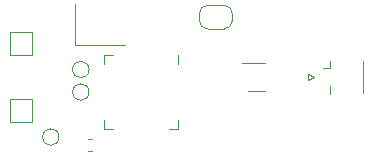
<source format=gbr>
%TF.GenerationSoftware,KiCad,Pcbnew,5.1.9+dfsg1-1~bpo10+1*%
%TF.CreationDate,Date%
%TF.ProjectId,LORA,4c4f5241-2e6b-4696-9361-645f70636258,v1.3*%
%TF.SameCoordinates,Original*%
%TF.FileFunction,Legend,Top*%
%TF.FilePolarity,Positive*%
%FSLAX46Y46*%
G04 Gerber Fmt 4.6, Leading zero omitted, Abs format (unit mm)*
G04 Created by KiCad*
%MOMM*%
%LPD*%
G01*
G04 APERTURE LIST*
%ADD10C,0.120000*%
G04 APERTURE END LIST*
D10*
%TO.C,U1*%
X13270000Y-11250000D02*
X13270000Y-12000000D01*
X13270000Y-12000000D02*
X12520000Y-12000000D01*
X7050000Y-6530000D02*
X7050000Y-5780000D01*
X7050000Y-5780000D02*
X7800000Y-5780000D01*
X7050000Y-11250000D02*
X7050000Y-12000000D01*
X7050000Y-12000000D02*
X7800000Y-12000000D01*
X13270000Y-6530000D02*
X13270000Y-5780000D01*
%TO.C,J1*%
X26220000Y-6220000D02*
X26220000Y-6860000D01*
X26220000Y-9020000D02*
X26220000Y-8380000D01*
X26220000Y-6860000D02*
X25590000Y-6860000D01*
X28940000Y-6270000D02*
X28940000Y-8970000D01*
%TO.C,JP1*%
X15110000Y-2840000D02*
X15110000Y-2240000D01*
X17210000Y-3540000D02*
X15810000Y-3540000D01*
X17910000Y-2240000D02*
X17910000Y-2840000D01*
X15810000Y-1540000D02*
X17210000Y-1540000D01*
X15110000Y-2240000D02*
G75*
G02*
X15810000Y-1540000I700000J0D01*
G01*
X15810000Y-3540000D02*
G75*
G02*
X15110000Y-2840000I0J700000D01*
G01*
X17910000Y-2840000D02*
G75*
G02*
X17210000Y-3540000I-700000J0D01*
G01*
X17210000Y-1540000D02*
G75*
G02*
X17910000Y-2240000I0J-700000D01*
G01*
%TO.C,TP6*%
X-950000Y-9489400D02*
X950000Y-9489400D01*
X-950000Y-11389400D02*
X-950000Y-9489400D01*
X950000Y-11389400D02*
X-950000Y-11389400D01*
X950000Y-9489400D02*
X950000Y-11389400D01*
%TO.C,TP5*%
X-950000Y-3842980D02*
X950000Y-3842980D01*
X-950000Y-5742980D02*
X-950000Y-3842980D01*
X950000Y-5742980D02*
X-950000Y-5742980D01*
X950000Y-3842980D02*
X950000Y-5742980D01*
%TO.C,U2*%
X20639000Y-6460000D02*
X18739000Y-6460000D01*
X19239000Y-8780000D02*
X20639000Y-8780000D01*
%TO.C,J2*%
X24345000Y-7870000D02*
X24845000Y-7620000D01*
X24345000Y-7370000D02*
X24345000Y-7870000D01*
X24845000Y-7620000D02*
X24345000Y-7370000D01*
%TO.C,TP4*%
X3240000Y-12700000D02*
G75*
G03*
X3240000Y-12700000I-700000J0D01*
G01*
%TO.C,TP3*%
X5780000Y-8890000D02*
G75*
G03*
X5780000Y-8890000I-700000J0D01*
G01*
%TO.C,TP2*%
X5780000Y-6985000D02*
G75*
G03*
X5780000Y-6985000I-700000J0D01*
G01*
%TO.C,C23*%
X6030279Y-12825000D02*
X5704721Y-12825000D01*
X6030279Y-13845000D02*
X5704721Y-13845000D01*
%TO.C,Y1*%
X4631000Y-4925000D02*
X8831000Y-4925000D01*
X4631000Y-1425000D02*
X4631000Y-4925000D01*
%TD*%
M02*

</source>
